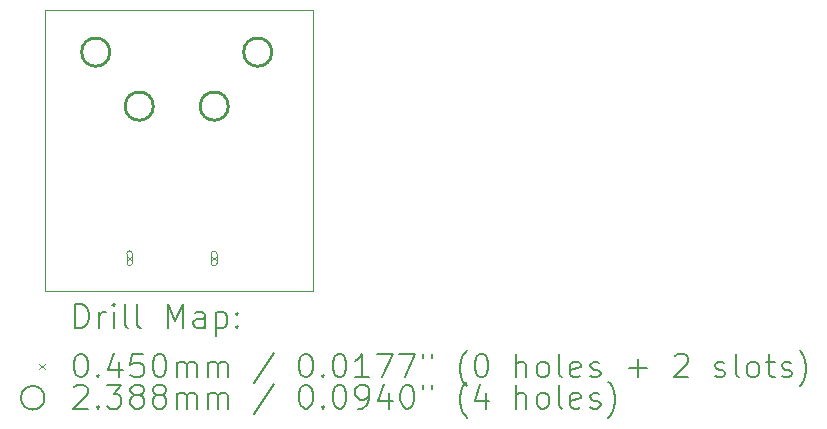
<source format=gbr>
%TF.GenerationSoftware,KiCad,Pcbnew,7.0.11-7.0.11~ubuntu22.04.1*%
%TF.CreationDate,2024-11-23T21:12:22-05:00*%
%TF.ProjectId,usb_to_roller_ctrl,7573625f-746f-45f7-926f-6c6c65725f63,rev?*%
%TF.SameCoordinates,Original*%
%TF.FileFunction,Drillmap*%
%TF.FilePolarity,Positive*%
%FSLAX45Y45*%
G04 Gerber Fmt 4.5, Leading zero omitted, Abs format (unit mm)*
G04 Created by KiCad (PCBNEW 7.0.11-7.0.11~ubuntu22.04.1) date 2024-11-23 21:12:22*
%MOMM*%
%LPD*%
G01*
G04 APERTURE LIST*
%ADD10C,0.050000*%
%ADD11C,0.200000*%
%ADD12C,0.100000*%
%ADD13C,0.238760*%
G04 APERTURE END LIST*
D10*
X14483080Y-8636000D02*
X16751300Y-8636000D01*
X16751300Y-11013440D01*
X14483080Y-11013440D01*
X14483080Y-8636000D01*
D11*
D12*
X15178140Y-10716620D02*
X15223140Y-10761620D01*
X15223140Y-10716620D02*
X15178140Y-10761620D01*
X15223140Y-10779120D02*
X15223140Y-10699120D01*
X15223140Y-10699120D02*
G75*
G03*
X15178140Y-10699120I-22500J0D01*
G01*
X15178140Y-10699120D02*
X15178140Y-10779120D01*
X15178140Y-10779120D02*
G75*
G03*
X15223140Y-10779120I22500J0D01*
G01*
X15893140Y-10716620D02*
X15938140Y-10761620D01*
X15938140Y-10716620D02*
X15893140Y-10761620D01*
X15893140Y-10699120D02*
X15893140Y-10779120D01*
X15893140Y-10779120D02*
G75*
G03*
X15938140Y-10779120I22500J0D01*
G01*
X15938140Y-10779120D02*
X15938140Y-10699120D01*
X15938140Y-10699120D02*
G75*
G03*
X15893140Y-10699120I-22500J0D01*
G01*
D13*
X15033410Y-8993750D02*
G75*
G03*
X14794650Y-8993750I-119380J0D01*
G01*
X14794650Y-8993750D02*
G75*
G03*
X15033410Y-8993750I119380J0D01*
G01*
X15401710Y-9450950D02*
G75*
G03*
X15162950Y-9450950I-119380J0D01*
G01*
X15162950Y-9450950D02*
G75*
G03*
X15401710Y-9450950I119380J0D01*
G01*
X16036710Y-9450950D02*
G75*
G03*
X15797950Y-9450950I-119380J0D01*
G01*
X15797950Y-9450950D02*
G75*
G03*
X16036710Y-9450950I119380J0D01*
G01*
X16405010Y-8993750D02*
G75*
G03*
X16166250Y-8993750I-119380J0D01*
G01*
X16166250Y-8993750D02*
G75*
G03*
X16405010Y-8993750I119380J0D01*
G01*
D11*
X14741357Y-11327424D02*
X14741357Y-11127424D01*
X14741357Y-11127424D02*
X14788976Y-11127424D01*
X14788976Y-11127424D02*
X14817547Y-11136948D01*
X14817547Y-11136948D02*
X14836595Y-11155995D01*
X14836595Y-11155995D02*
X14846119Y-11175043D01*
X14846119Y-11175043D02*
X14855642Y-11213138D01*
X14855642Y-11213138D02*
X14855642Y-11241709D01*
X14855642Y-11241709D02*
X14846119Y-11279805D01*
X14846119Y-11279805D02*
X14836595Y-11298852D01*
X14836595Y-11298852D02*
X14817547Y-11317900D01*
X14817547Y-11317900D02*
X14788976Y-11327424D01*
X14788976Y-11327424D02*
X14741357Y-11327424D01*
X14941357Y-11327424D02*
X14941357Y-11194090D01*
X14941357Y-11232186D02*
X14950881Y-11213138D01*
X14950881Y-11213138D02*
X14960404Y-11203614D01*
X14960404Y-11203614D02*
X14979452Y-11194090D01*
X14979452Y-11194090D02*
X14998500Y-11194090D01*
X15065166Y-11327424D02*
X15065166Y-11194090D01*
X15065166Y-11127424D02*
X15055642Y-11136948D01*
X15055642Y-11136948D02*
X15065166Y-11146471D01*
X15065166Y-11146471D02*
X15074690Y-11136948D01*
X15074690Y-11136948D02*
X15065166Y-11127424D01*
X15065166Y-11127424D02*
X15065166Y-11146471D01*
X15188976Y-11327424D02*
X15169928Y-11317900D01*
X15169928Y-11317900D02*
X15160404Y-11298852D01*
X15160404Y-11298852D02*
X15160404Y-11127424D01*
X15293738Y-11327424D02*
X15274690Y-11317900D01*
X15274690Y-11317900D02*
X15265166Y-11298852D01*
X15265166Y-11298852D02*
X15265166Y-11127424D01*
X15522309Y-11327424D02*
X15522309Y-11127424D01*
X15522309Y-11127424D02*
X15588976Y-11270281D01*
X15588976Y-11270281D02*
X15655642Y-11127424D01*
X15655642Y-11127424D02*
X15655642Y-11327424D01*
X15836595Y-11327424D02*
X15836595Y-11222662D01*
X15836595Y-11222662D02*
X15827071Y-11203614D01*
X15827071Y-11203614D02*
X15808023Y-11194090D01*
X15808023Y-11194090D02*
X15769928Y-11194090D01*
X15769928Y-11194090D02*
X15750881Y-11203614D01*
X15836595Y-11317900D02*
X15817547Y-11327424D01*
X15817547Y-11327424D02*
X15769928Y-11327424D01*
X15769928Y-11327424D02*
X15750881Y-11317900D01*
X15750881Y-11317900D02*
X15741357Y-11298852D01*
X15741357Y-11298852D02*
X15741357Y-11279805D01*
X15741357Y-11279805D02*
X15750881Y-11260757D01*
X15750881Y-11260757D02*
X15769928Y-11251233D01*
X15769928Y-11251233D02*
X15817547Y-11251233D01*
X15817547Y-11251233D02*
X15836595Y-11241709D01*
X15931833Y-11194090D02*
X15931833Y-11394090D01*
X15931833Y-11203614D02*
X15950881Y-11194090D01*
X15950881Y-11194090D02*
X15988976Y-11194090D01*
X15988976Y-11194090D02*
X16008023Y-11203614D01*
X16008023Y-11203614D02*
X16017547Y-11213138D01*
X16017547Y-11213138D02*
X16027071Y-11232186D01*
X16027071Y-11232186D02*
X16027071Y-11289328D01*
X16027071Y-11289328D02*
X16017547Y-11308376D01*
X16017547Y-11308376D02*
X16008023Y-11317900D01*
X16008023Y-11317900D02*
X15988976Y-11327424D01*
X15988976Y-11327424D02*
X15950881Y-11327424D01*
X15950881Y-11327424D02*
X15931833Y-11317900D01*
X16112785Y-11308376D02*
X16122309Y-11317900D01*
X16122309Y-11317900D02*
X16112785Y-11327424D01*
X16112785Y-11327424D02*
X16103262Y-11317900D01*
X16103262Y-11317900D02*
X16112785Y-11308376D01*
X16112785Y-11308376D02*
X16112785Y-11327424D01*
X16112785Y-11203614D02*
X16122309Y-11213138D01*
X16122309Y-11213138D02*
X16112785Y-11222662D01*
X16112785Y-11222662D02*
X16103262Y-11213138D01*
X16103262Y-11213138D02*
X16112785Y-11203614D01*
X16112785Y-11203614D02*
X16112785Y-11222662D01*
D12*
X14435580Y-11633440D02*
X14480580Y-11678440D01*
X14480580Y-11633440D02*
X14435580Y-11678440D01*
D11*
X14779452Y-11547424D02*
X14798500Y-11547424D01*
X14798500Y-11547424D02*
X14817547Y-11556948D01*
X14817547Y-11556948D02*
X14827071Y-11566471D01*
X14827071Y-11566471D02*
X14836595Y-11585519D01*
X14836595Y-11585519D02*
X14846119Y-11623614D01*
X14846119Y-11623614D02*
X14846119Y-11671233D01*
X14846119Y-11671233D02*
X14836595Y-11709328D01*
X14836595Y-11709328D02*
X14827071Y-11728376D01*
X14827071Y-11728376D02*
X14817547Y-11737900D01*
X14817547Y-11737900D02*
X14798500Y-11747424D01*
X14798500Y-11747424D02*
X14779452Y-11747424D01*
X14779452Y-11747424D02*
X14760404Y-11737900D01*
X14760404Y-11737900D02*
X14750881Y-11728376D01*
X14750881Y-11728376D02*
X14741357Y-11709328D01*
X14741357Y-11709328D02*
X14731833Y-11671233D01*
X14731833Y-11671233D02*
X14731833Y-11623614D01*
X14731833Y-11623614D02*
X14741357Y-11585519D01*
X14741357Y-11585519D02*
X14750881Y-11566471D01*
X14750881Y-11566471D02*
X14760404Y-11556948D01*
X14760404Y-11556948D02*
X14779452Y-11547424D01*
X14931833Y-11728376D02*
X14941357Y-11737900D01*
X14941357Y-11737900D02*
X14931833Y-11747424D01*
X14931833Y-11747424D02*
X14922309Y-11737900D01*
X14922309Y-11737900D02*
X14931833Y-11728376D01*
X14931833Y-11728376D02*
X14931833Y-11747424D01*
X15112785Y-11614090D02*
X15112785Y-11747424D01*
X15065166Y-11537900D02*
X15017547Y-11680757D01*
X15017547Y-11680757D02*
X15141357Y-11680757D01*
X15312785Y-11547424D02*
X15217547Y-11547424D01*
X15217547Y-11547424D02*
X15208023Y-11642662D01*
X15208023Y-11642662D02*
X15217547Y-11633138D01*
X15217547Y-11633138D02*
X15236595Y-11623614D01*
X15236595Y-11623614D02*
X15284214Y-11623614D01*
X15284214Y-11623614D02*
X15303262Y-11633138D01*
X15303262Y-11633138D02*
X15312785Y-11642662D01*
X15312785Y-11642662D02*
X15322309Y-11661709D01*
X15322309Y-11661709D02*
X15322309Y-11709328D01*
X15322309Y-11709328D02*
X15312785Y-11728376D01*
X15312785Y-11728376D02*
X15303262Y-11737900D01*
X15303262Y-11737900D02*
X15284214Y-11747424D01*
X15284214Y-11747424D02*
X15236595Y-11747424D01*
X15236595Y-11747424D02*
X15217547Y-11737900D01*
X15217547Y-11737900D02*
X15208023Y-11728376D01*
X15446119Y-11547424D02*
X15465166Y-11547424D01*
X15465166Y-11547424D02*
X15484214Y-11556948D01*
X15484214Y-11556948D02*
X15493738Y-11566471D01*
X15493738Y-11566471D02*
X15503262Y-11585519D01*
X15503262Y-11585519D02*
X15512785Y-11623614D01*
X15512785Y-11623614D02*
X15512785Y-11671233D01*
X15512785Y-11671233D02*
X15503262Y-11709328D01*
X15503262Y-11709328D02*
X15493738Y-11728376D01*
X15493738Y-11728376D02*
X15484214Y-11737900D01*
X15484214Y-11737900D02*
X15465166Y-11747424D01*
X15465166Y-11747424D02*
X15446119Y-11747424D01*
X15446119Y-11747424D02*
X15427071Y-11737900D01*
X15427071Y-11737900D02*
X15417547Y-11728376D01*
X15417547Y-11728376D02*
X15408023Y-11709328D01*
X15408023Y-11709328D02*
X15398500Y-11671233D01*
X15398500Y-11671233D02*
X15398500Y-11623614D01*
X15398500Y-11623614D02*
X15408023Y-11585519D01*
X15408023Y-11585519D02*
X15417547Y-11566471D01*
X15417547Y-11566471D02*
X15427071Y-11556948D01*
X15427071Y-11556948D02*
X15446119Y-11547424D01*
X15598500Y-11747424D02*
X15598500Y-11614090D01*
X15598500Y-11633138D02*
X15608023Y-11623614D01*
X15608023Y-11623614D02*
X15627071Y-11614090D01*
X15627071Y-11614090D02*
X15655643Y-11614090D01*
X15655643Y-11614090D02*
X15674690Y-11623614D01*
X15674690Y-11623614D02*
X15684214Y-11642662D01*
X15684214Y-11642662D02*
X15684214Y-11747424D01*
X15684214Y-11642662D02*
X15693738Y-11623614D01*
X15693738Y-11623614D02*
X15712785Y-11614090D01*
X15712785Y-11614090D02*
X15741357Y-11614090D01*
X15741357Y-11614090D02*
X15760404Y-11623614D01*
X15760404Y-11623614D02*
X15769928Y-11642662D01*
X15769928Y-11642662D02*
X15769928Y-11747424D01*
X15865166Y-11747424D02*
X15865166Y-11614090D01*
X15865166Y-11633138D02*
X15874690Y-11623614D01*
X15874690Y-11623614D02*
X15893738Y-11614090D01*
X15893738Y-11614090D02*
X15922309Y-11614090D01*
X15922309Y-11614090D02*
X15941357Y-11623614D01*
X15941357Y-11623614D02*
X15950881Y-11642662D01*
X15950881Y-11642662D02*
X15950881Y-11747424D01*
X15950881Y-11642662D02*
X15960404Y-11623614D01*
X15960404Y-11623614D02*
X15979452Y-11614090D01*
X15979452Y-11614090D02*
X16008023Y-11614090D01*
X16008023Y-11614090D02*
X16027071Y-11623614D01*
X16027071Y-11623614D02*
X16036595Y-11642662D01*
X16036595Y-11642662D02*
X16036595Y-11747424D01*
X16427071Y-11537900D02*
X16255643Y-11795043D01*
X16684214Y-11547424D02*
X16703262Y-11547424D01*
X16703262Y-11547424D02*
X16722309Y-11556948D01*
X16722309Y-11556948D02*
X16731833Y-11566471D01*
X16731833Y-11566471D02*
X16741357Y-11585519D01*
X16741357Y-11585519D02*
X16750881Y-11623614D01*
X16750881Y-11623614D02*
X16750881Y-11671233D01*
X16750881Y-11671233D02*
X16741357Y-11709328D01*
X16741357Y-11709328D02*
X16731833Y-11728376D01*
X16731833Y-11728376D02*
X16722309Y-11737900D01*
X16722309Y-11737900D02*
X16703262Y-11747424D01*
X16703262Y-11747424D02*
X16684214Y-11747424D01*
X16684214Y-11747424D02*
X16665166Y-11737900D01*
X16665166Y-11737900D02*
X16655643Y-11728376D01*
X16655643Y-11728376D02*
X16646119Y-11709328D01*
X16646119Y-11709328D02*
X16636595Y-11671233D01*
X16636595Y-11671233D02*
X16636595Y-11623614D01*
X16636595Y-11623614D02*
X16646119Y-11585519D01*
X16646119Y-11585519D02*
X16655643Y-11566471D01*
X16655643Y-11566471D02*
X16665166Y-11556948D01*
X16665166Y-11556948D02*
X16684214Y-11547424D01*
X16836595Y-11728376D02*
X16846119Y-11737900D01*
X16846119Y-11737900D02*
X16836595Y-11747424D01*
X16836595Y-11747424D02*
X16827071Y-11737900D01*
X16827071Y-11737900D02*
X16836595Y-11728376D01*
X16836595Y-11728376D02*
X16836595Y-11747424D01*
X16969928Y-11547424D02*
X16988976Y-11547424D01*
X16988976Y-11547424D02*
X17008024Y-11556948D01*
X17008024Y-11556948D02*
X17017548Y-11566471D01*
X17017548Y-11566471D02*
X17027071Y-11585519D01*
X17027071Y-11585519D02*
X17036595Y-11623614D01*
X17036595Y-11623614D02*
X17036595Y-11671233D01*
X17036595Y-11671233D02*
X17027071Y-11709328D01*
X17027071Y-11709328D02*
X17017548Y-11728376D01*
X17017548Y-11728376D02*
X17008024Y-11737900D01*
X17008024Y-11737900D02*
X16988976Y-11747424D01*
X16988976Y-11747424D02*
X16969928Y-11747424D01*
X16969928Y-11747424D02*
X16950881Y-11737900D01*
X16950881Y-11737900D02*
X16941357Y-11728376D01*
X16941357Y-11728376D02*
X16931833Y-11709328D01*
X16931833Y-11709328D02*
X16922309Y-11671233D01*
X16922309Y-11671233D02*
X16922309Y-11623614D01*
X16922309Y-11623614D02*
X16931833Y-11585519D01*
X16931833Y-11585519D02*
X16941357Y-11566471D01*
X16941357Y-11566471D02*
X16950881Y-11556948D01*
X16950881Y-11556948D02*
X16969928Y-11547424D01*
X17227071Y-11747424D02*
X17112786Y-11747424D01*
X17169928Y-11747424D02*
X17169928Y-11547424D01*
X17169928Y-11547424D02*
X17150881Y-11575995D01*
X17150881Y-11575995D02*
X17131833Y-11595043D01*
X17131833Y-11595043D02*
X17112786Y-11604567D01*
X17293738Y-11547424D02*
X17427071Y-11547424D01*
X17427071Y-11547424D02*
X17341357Y-11747424D01*
X17484214Y-11547424D02*
X17617548Y-11547424D01*
X17617548Y-11547424D02*
X17531833Y-11747424D01*
X17684214Y-11547424D02*
X17684214Y-11585519D01*
X17760405Y-11547424D02*
X17760405Y-11585519D01*
X18055643Y-11823614D02*
X18046119Y-11814090D01*
X18046119Y-11814090D02*
X18027071Y-11785519D01*
X18027071Y-11785519D02*
X18017548Y-11766471D01*
X18017548Y-11766471D02*
X18008024Y-11737900D01*
X18008024Y-11737900D02*
X17998500Y-11690281D01*
X17998500Y-11690281D02*
X17998500Y-11652186D01*
X17998500Y-11652186D02*
X18008024Y-11604567D01*
X18008024Y-11604567D02*
X18017548Y-11575995D01*
X18017548Y-11575995D02*
X18027071Y-11556948D01*
X18027071Y-11556948D02*
X18046119Y-11528376D01*
X18046119Y-11528376D02*
X18055643Y-11518852D01*
X18169929Y-11547424D02*
X18188976Y-11547424D01*
X18188976Y-11547424D02*
X18208024Y-11556948D01*
X18208024Y-11556948D02*
X18217548Y-11566471D01*
X18217548Y-11566471D02*
X18227071Y-11585519D01*
X18227071Y-11585519D02*
X18236595Y-11623614D01*
X18236595Y-11623614D02*
X18236595Y-11671233D01*
X18236595Y-11671233D02*
X18227071Y-11709328D01*
X18227071Y-11709328D02*
X18217548Y-11728376D01*
X18217548Y-11728376D02*
X18208024Y-11737900D01*
X18208024Y-11737900D02*
X18188976Y-11747424D01*
X18188976Y-11747424D02*
X18169929Y-11747424D01*
X18169929Y-11747424D02*
X18150881Y-11737900D01*
X18150881Y-11737900D02*
X18141357Y-11728376D01*
X18141357Y-11728376D02*
X18131833Y-11709328D01*
X18131833Y-11709328D02*
X18122310Y-11671233D01*
X18122310Y-11671233D02*
X18122310Y-11623614D01*
X18122310Y-11623614D02*
X18131833Y-11585519D01*
X18131833Y-11585519D02*
X18141357Y-11566471D01*
X18141357Y-11566471D02*
X18150881Y-11556948D01*
X18150881Y-11556948D02*
X18169929Y-11547424D01*
X18474691Y-11747424D02*
X18474691Y-11547424D01*
X18560405Y-11747424D02*
X18560405Y-11642662D01*
X18560405Y-11642662D02*
X18550881Y-11623614D01*
X18550881Y-11623614D02*
X18531833Y-11614090D01*
X18531833Y-11614090D02*
X18503262Y-11614090D01*
X18503262Y-11614090D02*
X18484214Y-11623614D01*
X18484214Y-11623614D02*
X18474691Y-11633138D01*
X18684214Y-11747424D02*
X18665167Y-11737900D01*
X18665167Y-11737900D02*
X18655643Y-11728376D01*
X18655643Y-11728376D02*
X18646119Y-11709328D01*
X18646119Y-11709328D02*
X18646119Y-11652186D01*
X18646119Y-11652186D02*
X18655643Y-11633138D01*
X18655643Y-11633138D02*
X18665167Y-11623614D01*
X18665167Y-11623614D02*
X18684214Y-11614090D01*
X18684214Y-11614090D02*
X18712786Y-11614090D01*
X18712786Y-11614090D02*
X18731833Y-11623614D01*
X18731833Y-11623614D02*
X18741357Y-11633138D01*
X18741357Y-11633138D02*
X18750881Y-11652186D01*
X18750881Y-11652186D02*
X18750881Y-11709328D01*
X18750881Y-11709328D02*
X18741357Y-11728376D01*
X18741357Y-11728376D02*
X18731833Y-11737900D01*
X18731833Y-11737900D02*
X18712786Y-11747424D01*
X18712786Y-11747424D02*
X18684214Y-11747424D01*
X18865167Y-11747424D02*
X18846119Y-11737900D01*
X18846119Y-11737900D02*
X18836595Y-11718852D01*
X18836595Y-11718852D02*
X18836595Y-11547424D01*
X19017548Y-11737900D02*
X18998500Y-11747424D01*
X18998500Y-11747424D02*
X18960405Y-11747424D01*
X18960405Y-11747424D02*
X18941357Y-11737900D01*
X18941357Y-11737900D02*
X18931833Y-11718852D01*
X18931833Y-11718852D02*
X18931833Y-11642662D01*
X18931833Y-11642662D02*
X18941357Y-11623614D01*
X18941357Y-11623614D02*
X18960405Y-11614090D01*
X18960405Y-11614090D02*
X18998500Y-11614090D01*
X18998500Y-11614090D02*
X19017548Y-11623614D01*
X19017548Y-11623614D02*
X19027072Y-11642662D01*
X19027072Y-11642662D02*
X19027072Y-11661709D01*
X19027072Y-11661709D02*
X18931833Y-11680757D01*
X19103262Y-11737900D02*
X19122310Y-11747424D01*
X19122310Y-11747424D02*
X19160405Y-11747424D01*
X19160405Y-11747424D02*
X19179453Y-11737900D01*
X19179453Y-11737900D02*
X19188976Y-11718852D01*
X19188976Y-11718852D02*
X19188976Y-11709328D01*
X19188976Y-11709328D02*
X19179453Y-11690281D01*
X19179453Y-11690281D02*
X19160405Y-11680757D01*
X19160405Y-11680757D02*
X19131833Y-11680757D01*
X19131833Y-11680757D02*
X19112786Y-11671233D01*
X19112786Y-11671233D02*
X19103262Y-11652186D01*
X19103262Y-11652186D02*
X19103262Y-11642662D01*
X19103262Y-11642662D02*
X19112786Y-11623614D01*
X19112786Y-11623614D02*
X19131833Y-11614090D01*
X19131833Y-11614090D02*
X19160405Y-11614090D01*
X19160405Y-11614090D02*
X19179453Y-11623614D01*
X19427072Y-11671233D02*
X19579453Y-11671233D01*
X19503262Y-11747424D02*
X19503262Y-11595043D01*
X19817548Y-11566471D02*
X19827072Y-11556948D01*
X19827072Y-11556948D02*
X19846119Y-11547424D01*
X19846119Y-11547424D02*
X19893738Y-11547424D01*
X19893738Y-11547424D02*
X19912786Y-11556948D01*
X19912786Y-11556948D02*
X19922310Y-11566471D01*
X19922310Y-11566471D02*
X19931834Y-11585519D01*
X19931834Y-11585519D02*
X19931834Y-11604567D01*
X19931834Y-11604567D02*
X19922310Y-11633138D01*
X19922310Y-11633138D02*
X19808024Y-11747424D01*
X19808024Y-11747424D02*
X19931834Y-11747424D01*
X20160405Y-11737900D02*
X20179453Y-11747424D01*
X20179453Y-11747424D02*
X20217548Y-11747424D01*
X20217548Y-11747424D02*
X20236596Y-11737900D01*
X20236596Y-11737900D02*
X20246119Y-11718852D01*
X20246119Y-11718852D02*
X20246119Y-11709328D01*
X20246119Y-11709328D02*
X20236596Y-11690281D01*
X20236596Y-11690281D02*
X20217548Y-11680757D01*
X20217548Y-11680757D02*
X20188976Y-11680757D01*
X20188976Y-11680757D02*
X20169929Y-11671233D01*
X20169929Y-11671233D02*
X20160405Y-11652186D01*
X20160405Y-11652186D02*
X20160405Y-11642662D01*
X20160405Y-11642662D02*
X20169929Y-11623614D01*
X20169929Y-11623614D02*
X20188976Y-11614090D01*
X20188976Y-11614090D02*
X20217548Y-11614090D01*
X20217548Y-11614090D02*
X20236596Y-11623614D01*
X20360405Y-11747424D02*
X20341357Y-11737900D01*
X20341357Y-11737900D02*
X20331834Y-11718852D01*
X20331834Y-11718852D02*
X20331834Y-11547424D01*
X20465167Y-11747424D02*
X20446119Y-11737900D01*
X20446119Y-11737900D02*
X20436596Y-11728376D01*
X20436596Y-11728376D02*
X20427072Y-11709328D01*
X20427072Y-11709328D02*
X20427072Y-11652186D01*
X20427072Y-11652186D02*
X20436596Y-11633138D01*
X20436596Y-11633138D02*
X20446119Y-11623614D01*
X20446119Y-11623614D02*
X20465167Y-11614090D01*
X20465167Y-11614090D02*
X20493738Y-11614090D01*
X20493738Y-11614090D02*
X20512786Y-11623614D01*
X20512786Y-11623614D02*
X20522310Y-11633138D01*
X20522310Y-11633138D02*
X20531834Y-11652186D01*
X20531834Y-11652186D02*
X20531834Y-11709328D01*
X20531834Y-11709328D02*
X20522310Y-11728376D01*
X20522310Y-11728376D02*
X20512786Y-11737900D01*
X20512786Y-11737900D02*
X20493738Y-11747424D01*
X20493738Y-11747424D02*
X20465167Y-11747424D01*
X20588977Y-11614090D02*
X20665167Y-11614090D01*
X20617548Y-11547424D02*
X20617548Y-11718852D01*
X20617548Y-11718852D02*
X20627072Y-11737900D01*
X20627072Y-11737900D02*
X20646119Y-11747424D01*
X20646119Y-11747424D02*
X20665167Y-11747424D01*
X20722310Y-11737900D02*
X20741357Y-11747424D01*
X20741357Y-11747424D02*
X20779453Y-11747424D01*
X20779453Y-11747424D02*
X20798500Y-11737900D01*
X20798500Y-11737900D02*
X20808024Y-11718852D01*
X20808024Y-11718852D02*
X20808024Y-11709328D01*
X20808024Y-11709328D02*
X20798500Y-11690281D01*
X20798500Y-11690281D02*
X20779453Y-11680757D01*
X20779453Y-11680757D02*
X20750881Y-11680757D01*
X20750881Y-11680757D02*
X20731834Y-11671233D01*
X20731834Y-11671233D02*
X20722310Y-11652186D01*
X20722310Y-11652186D02*
X20722310Y-11642662D01*
X20722310Y-11642662D02*
X20731834Y-11623614D01*
X20731834Y-11623614D02*
X20750881Y-11614090D01*
X20750881Y-11614090D02*
X20779453Y-11614090D01*
X20779453Y-11614090D02*
X20798500Y-11623614D01*
X20874691Y-11823614D02*
X20884215Y-11814090D01*
X20884215Y-11814090D02*
X20903262Y-11785519D01*
X20903262Y-11785519D02*
X20912786Y-11766471D01*
X20912786Y-11766471D02*
X20922310Y-11737900D01*
X20922310Y-11737900D02*
X20931834Y-11690281D01*
X20931834Y-11690281D02*
X20931834Y-11652186D01*
X20931834Y-11652186D02*
X20922310Y-11604567D01*
X20922310Y-11604567D02*
X20912786Y-11575995D01*
X20912786Y-11575995D02*
X20903262Y-11556948D01*
X20903262Y-11556948D02*
X20884215Y-11528376D01*
X20884215Y-11528376D02*
X20874691Y-11518852D01*
X14480580Y-11919940D02*
G75*
G03*
X14280580Y-11919940I-100000J0D01*
G01*
X14280580Y-11919940D02*
G75*
G03*
X14480580Y-11919940I100000J0D01*
G01*
X14731833Y-11830471D02*
X14741357Y-11820948D01*
X14741357Y-11820948D02*
X14760404Y-11811424D01*
X14760404Y-11811424D02*
X14808023Y-11811424D01*
X14808023Y-11811424D02*
X14827071Y-11820948D01*
X14827071Y-11820948D02*
X14836595Y-11830471D01*
X14836595Y-11830471D02*
X14846119Y-11849519D01*
X14846119Y-11849519D02*
X14846119Y-11868567D01*
X14846119Y-11868567D02*
X14836595Y-11897138D01*
X14836595Y-11897138D02*
X14722309Y-12011424D01*
X14722309Y-12011424D02*
X14846119Y-12011424D01*
X14931833Y-11992376D02*
X14941357Y-12001900D01*
X14941357Y-12001900D02*
X14931833Y-12011424D01*
X14931833Y-12011424D02*
X14922309Y-12001900D01*
X14922309Y-12001900D02*
X14931833Y-11992376D01*
X14931833Y-11992376D02*
X14931833Y-12011424D01*
X15008023Y-11811424D02*
X15131833Y-11811424D01*
X15131833Y-11811424D02*
X15065166Y-11887614D01*
X15065166Y-11887614D02*
X15093738Y-11887614D01*
X15093738Y-11887614D02*
X15112785Y-11897138D01*
X15112785Y-11897138D02*
X15122309Y-11906662D01*
X15122309Y-11906662D02*
X15131833Y-11925709D01*
X15131833Y-11925709D02*
X15131833Y-11973328D01*
X15131833Y-11973328D02*
X15122309Y-11992376D01*
X15122309Y-11992376D02*
X15112785Y-12001900D01*
X15112785Y-12001900D02*
X15093738Y-12011424D01*
X15093738Y-12011424D02*
X15036595Y-12011424D01*
X15036595Y-12011424D02*
X15017547Y-12001900D01*
X15017547Y-12001900D02*
X15008023Y-11992376D01*
X15246119Y-11897138D02*
X15227071Y-11887614D01*
X15227071Y-11887614D02*
X15217547Y-11878090D01*
X15217547Y-11878090D02*
X15208023Y-11859043D01*
X15208023Y-11859043D02*
X15208023Y-11849519D01*
X15208023Y-11849519D02*
X15217547Y-11830471D01*
X15217547Y-11830471D02*
X15227071Y-11820948D01*
X15227071Y-11820948D02*
X15246119Y-11811424D01*
X15246119Y-11811424D02*
X15284214Y-11811424D01*
X15284214Y-11811424D02*
X15303262Y-11820948D01*
X15303262Y-11820948D02*
X15312785Y-11830471D01*
X15312785Y-11830471D02*
X15322309Y-11849519D01*
X15322309Y-11849519D02*
X15322309Y-11859043D01*
X15322309Y-11859043D02*
X15312785Y-11878090D01*
X15312785Y-11878090D02*
X15303262Y-11887614D01*
X15303262Y-11887614D02*
X15284214Y-11897138D01*
X15284214Y-11897138D02*
X15246119Y-11897138D01*
X15246119Y-11897138D02*
X15227071Y-11906662D01*
X15227071Y-11906662D02*
X15217547Y-11916186D01*
X15217547Y-11916186D02*
X15208023Y-11935233D01*
X15208023Y-11935233D02*
X15208023Y-11973328D01*
X15208023Y-11973328D02*
X15217547Y-11992376D01*
X15217547Y-11992376D02*
X15227071Y-12001900D01*
X15227071Y-12001900D02*
X15246119Y-12011424D01*
X15246119Y-12011424D02*
X15284214Y-12011424D01*
X15284214Y-12011424D02*
X15303262Y-12001900D01*
X15303262Y-12001900D02*
X15312785Y-11992376D01*
X15312785Y-11992376D02*
X15322309Y-11973328D01*
X15322309Y-11973328D02*
X15322309Y-11935233D01*
X15322309Y-11935233D02*
X15312785Y-11916186D01*
X15312785Y-11916186D02*
X15303262Y-11906662D01*
X15303262Y-11906662D02*
X15284214Y-11897138D01*
X15436595Y-11897138D02*
X15417547Y-11887614D01*
X15417547Y-11887614D02*
X15408023Y-11878090D01*
X15408023Y-11878090D02*
X15398500Y-11859043D01*
X15398500Y-11859043D02*
X15398500Y-11849519D01*
X15398500Y-11849519D02*
X15408023Y-11830471D01*
X15408023Y-11830471D02*
X15417547Y-11820948D01*
X15417547Y-11820948D02*
X15436595Y-11811424D01*
X15436595Y-11811424D02*
X15474690Y-11811424D01*
X15474690Y-11811424D02*
X15493738Y-11820948D01*
X15493738Y-11820948D02*
X15503262Y-11830471D01*
X15503262Y-11830471D02*
X15512785Y-11849519D01*
X15512785Y-11849519D02*
X15512785Y-11859043D01*
X15512785Y-11859043D02*
X15503262Y-11878090D01*
X15503262Y-11878090D02*
X15493738Y-11887614D01*
X15493738Y-11887614D02*
X15474690Y-11897138D01*
X15474690Y-11897138D02*
X15436595Y-11897138D01*
X15436595Y-11897138D02*
X15417547Y-11906662D01*
X15417547Y-11906662D02*
X15408023Y-11916186D01*
X15408023Y-11916186D02*
X15398500Y-11935233D01*
X15398500Y-11935233D02*
X15398500Y-11973328D01*
X15398500Y-11973328D02*
X15408023Y-11992376D01*
X15408023Y-11992376D02*
X15417547Y-12001900D01*
X15417547Y-12001900D02*
X15436595Y-12011424D01*
X15436595Y-12011424D02*
X15474690Y-12011424D01*
X15474690Y-12011424D02*
X15493738Y-12001900D01*
X15493738Y-12001900D02*
X15503262Y-11992376D01*
X15503262Y-11992376D02*
X15512785Y-11973328D01*
X15512785Y-11973328D02*
X15512785Y-11935233D01*
X15512785Y-11935233D02*
X15503262Y-11916186D01*
X15503262Y-11916186D02*
X15493738Y-11906662D01*
X15493738Y-11906662D02*
X15474690Y-11897138D01*
X15598500Y-12011424D02*
X15598500Y-11878090D01*
X15598500Y-11897138D02*
X15608023Y-11887614D01*
X15608023Y-11887614D02*
X15627071Y-11878090D01*
X15627071Y-11878090D02*
X15655643Y-11878090D01*
X15655643Y-11878090D02*
X15674690Y-11887614D01*
X15674690Y-11887614D02*
X15684214Y-11906662D01*
X15684214Y-11906662D02*
X15684214Y-12011424D01*
X15684214Y-11906662D02*
X15693738Y-11887614D01*
X15693738Y-11887614D02*
X15712785Y-11878090D01*
X15712785Y-11878090D02*
X15741357Y-11878090D01*
X15741357Y-11878090D02*
X15760404Y-11887614D01*
X15760404Y-11887614D02*
X15769928Y-11906662D01*
X15769928Y-11906662D02*
X15769928Y-12011424D01*
X15865166Y-12011424D02*
X15865166Y-11878090D01*
X15865166Y-11897138D02*
X15874690Y-11887614D01*
X15874690Y-11887614D02*
X15893738Y-11878090D01*
X15893738Y-11878090D02*
X15922309Y-11878090D01*
X15922309Y-11878090D02*
X15941357Y-11887614D01*
X15941357Y-11887614D02*
X15950881Y-11906662D01*
X15950881Y-11906662D02*
X15950881Y-12011424D01*
X15950881Y-11906662D02*
X15960404Y-11887614D01*
X15960404Y-11887614D02*
X15979452Y-11878090D01*
X15979452Y-11878090D02*
X16008023Y-11878090D01*
X16008023Y-11878090D02*
X16027071Y-11887614D01*
X16027071Y-11887614D02*
X16036595Y-11906662D01*
X16036595Y-11906662D02*
X16036595Y-12011424D01*
X16427071Y-11801900D02*
X16255643Y-12059043D01*
X16684214Y-11811424D02*
X16703262Y-11811424D01*
X16703262Y-11811424D02*
X16722309Y-11820948D01*
X16722309Y-11820948D02*
X16731833Y-11830471D01*
X16731833Y-11830471D02*
X16741357Y-11849519D01*
X16741357Y-11849519D02*
X16750881Y-11887614D01*
X16750881Y-11887614D02*
X16750881Y-11935233D01*
X16750881Y-11935233D02*
X16741357Y-11973328D01*
X16741357Y-11973328D02*
X16731833Y-11992376D01*
X16731833Y-11992376D02*
X16722309Y-12001900D01*
X16722309Y-12001900D02*
X16703262Y-12011424D01*
X16703262Y-12011424D02*
X16684214Y-12011424D01*
X16684214Y-12011424D02*
X16665166Y-12001900D01*
X16665166Y-12001900D02*
X16655643Y-11992376D01*
X16655643Y-11992376D02*
X16646119Y-11973328D01*
X16646119Y-11973328D02*
X16636595Y-11935233D01*
X16636595Y-11935233D02*
X16636595Y-11887614D01*
X16636595Y-11887614D02*
X16646119Y-11849519D01*
X16646119Y-11849519D02*
X16655643Y-11830471D01*
X16655643Y-11830471D02*
X16665166Y-11820948D01*
X16665166Y-11820948D02*
X16684214Y-11811424D01*
X16836595Y-11992376D02*
X16846119Y-12001900D01*
X16846119Y-12001900D02*
X16836595Y-12011424D01*
X16836595Y-12011424D02*
X16827071Y-12001900D01*
X16827071Y-12001900D02*
X16836595Y-11992376D01*
X16836595Y-11992376D02*
X16836595Y-12011424D01*
X16969928Y-11811424D02*
X16988976Y-11811424D01*
X16988976Y-11811424D02*
X17008024Y-11820948D01*
X17008024Y-11820948D02*
X17017548Y-11830471D01*
X17017548Y-11830471D02*
X17027071Y-11849519D01*
X17027071Y-11849519D02*
X17036595Y-11887614D01*
X17036595Y-11887614D02*
X17036595Y-11935233D01*
X17036595Y-11935233D02*
X17027071Y-11973328D01*
X17027071Y-11973328D02*
X17017548Y-11992376D01*
X17017548Y-11992376D02*
X17008024Y-12001900D01*
X17008024Y-12001900D02*
X16988976Y-12011424D01*
X16988976Y-12011424D02*
X16969928Y-12011424D01*
X16969928Y-12011424D02*
X16950881Y-12001900D01*
X16950881Y-12001900D02*
X16941357Y-11992376D01*
X16941357Y-11992376D02*
X16931833Y-11973328D01*
X16931833Y-11973328D02*
X16922309Y-11935233D01*
X16922309Y-11935233D02*
X16922309Y-11887614D01*
X16922309Y-11887614D02*
X16931833Y-11849519D01*
X16931833Y-11849519D02*
X16941357Y-11830471D01*
X16941357Y-11830471D02*
X16950881Y-11820948D01*
X16950881Y-11820948D02*
X16969928Y-11811424D01*
X17131833Y-12011424D02*
X17169928Y-12011424D01*
X17169928Y-12011424D02*
X17188976Y-12001900D01*
X17188976Y-12001900D02*
X17198500Y-11992376D01*
X17198500Y-11992376D02*
X17217548Y-11963805D01*
X17217548Y-11963805D02*
X17227071Y-11925709D01*
X17227071Y-11925709D02*
X17227071Y-11849519D01*
X17227071Y-11849519D02*
X17217548Y-11830471D01*
X17217548Y-11830471D02*
X17208024Y-11820948D01*
X17208024Y-11820948D02*
X17188976Y-11811424D01*
X17188976Y-11811424D02*
X17150881Y-11811424D01*
X17150881Y-11811424D02*
X17131833Y-11820948D01*
X17131833Y-11820948D02*
X17122309Y-11830471D01*
X17122309Y-11830471D02*
X17112786Y-11849519D01*
X17112786Y-11849519D02*
X17112786Y-11897138D01*
X17112786Y-11897138D02*
X17122309Y-11916186D01*
X17122309Y-11916186D02*
X17131833Y-11925709D01*
X17131833Y-11925709D02*
X17150881Y-11935233D01*
X17150881Y-11935233D02*
X17188976Y-11935233D01*
X17188976Y-11935233D02*
X17208024Y-11925709D01*
X17208024Y-11925709D02*
X17217548Y-11916186D01*
X17217548Y-11916186D02*
X17227071Y-11897138D01*
X17398500Y-11878090D02*
X17398500Y-12011424D01*
X17350881Y-11801900D02*
X17303262Y-11944757D01*
X17303262Y-11944757D02*
X17427071Y-11944757D01*
X17541357Y-11811424D02*
X17560405Y-11811424D01*
X17560405Y-11811424D02*
X17579452Y-11820948D01*
X17579452Y-11820948D02*
X17588976Y-11830471D01*
X17588976Y-11830471D02*
X17598500Y-11849519D01*
X17598500Y-11849519D02*
X17608024Y-11887614D01*
X17608024Y-11887614D02*
X17608024Y-11935233D01*
X17608024Y-11935233D02*
X17598500Y-11973328D01*
X17598500Y-11973328D02*
X17588976Y-11992376D01*
X17588976Y-11992376D02*
X17579452Y-12001900D01*
X17579452Y-12001900D02*
X17560405Y-12011424D01*
X17560405Y-12011424D02*
X17541357Y-12011424D01*
X17541357Y-12011424D02*
X17522309Y-12001900D01*
X17522309Y-12001900D02*
X17512786Y-11992376D01*
X17512786Y-11992376D02*
X17503262Y-11973328D01*
X17503262Y-11973328D02*
X17493738Y-11935233D01*
X17493738Y-11935233D02*
X17493738Y-11887614D01*
X17493738Y-11887614D02*
X17503262Y-11849519D01*
X17503262Y-11849519D02*
X17512786Y-11830471D01*
X17512786Y-11830471D02*
X17522309Y-11820948D01*
X17522309Y-11820948D02*
X17541357Y-11811424D01*
X17684214Y-11811424D02*
X17684214Y-11849519D01*
X17760405Y-11811424D02*
X17760405Y-11849519D01*
X18055643Y-12087614D02*
X18046119Y-12078090D01*
X18046119Y-12078090D02*
X18027071Y-12049519D01*
X18027071Y-12049519D02*
X18017548Y-12030471D01*
X18017548Y-12030471D02*
X18008024Y-12001900D01*
X18008024Y-12001900D02*
X17998500Y-11954281D01*
X17998500Y-11954281D02*
X17998500Y-11916186D01*
X17998500Y-11916186D02*
X18008024Y-11868567D01*
X18008024Y-11868567D02*
X18017548Y-11839995D01*
X18017548Y-11839995D02*
X18027071Y-11820948D01*
X18027071Y-11820948D02*
X18046119Y-11792376D01*
X18046119Y-11792376D02*
X18055643Y-11782852D01*
X18217548Y-11878090D02*
X18217548Y-12011424D01*
X18169929Y-11801900D02*
X18122310Y-11944757D01*
X18122310Y-11944757D02*
X18246119Y-11944757D01*
X18474691Y-12011424D02*
X18474691Y-11811424D01*
X18560405Y-12011424D02*
X18560405Y-11906662D01*
X18560405Y-11906662D02*
X18550881Y-11887614D01*
X18550881Y-11887614D02*
X18531833Y-11878090D01*
X18531833Y-11878090D02*
X18503262Y-11878090D01*
X18503262Y-11878090D02*
X18484214Y-11887614D01*
X18484214Y-11887614D02*
X18474691Y-11897138D01*
X18684214Y-12011424D02*
X18665167Y-12001900D01*
X18665167Y-12001900D02*
X18655643Y-11992376D01*
X18655643Y-11992376D02*
X18646119Y-11973328D01*
X18646119Y-11973328D02*
X18646119Y-11916186D01*
X18646119Y-11916186D02*
X18655643Y-11897138D01*
X18655643Y-11897138D02*
X18665167Y-11887614D01*
X18665167Y-11887614D02*
X18684214Y-11878090D01*
X18684214Y-11878090D02*
X18712786Y-11878090D01*
X18712786Y-11878090D02*
X18731833Y-11887614D01*
X18731833Y-11887614D02*
X18741357Y-11897138D01*
X18741357Y-11897138D02*
X18750881Y-11916186D01*
X18750881Y-11916186D02*
X18750881Y-11973328D01*
X18750881Y-11973328D02*
X18741357Y-11992376D01*
X18741357Y-11992376D02*
X18731833Y-12001900D01*
X18731833Y-12001900D02*
X18712786Y-12011424D01*
X18712786Y-12011424D02*
X18684214Y-12011424D01*
X18865167Y-12011424D02*
X18846119Y-12001900D01*
X18846119Y-12001900D02*
X18836595Y-11982852D01*
X18836595Y-11982852D02*
X18836595Y-11811424D01*
X19017548Y-12001900D02*
X18998500Y-12011424D01*
X18998500Y-12011424D02*
X18960405Y-12011424D01*
X18960405Y-12011424D02*
X18941357Y-12001900D01*
X18941357Y-12001900D02*
X18931833Y-11982852D01*
X18931833Y-11982852D02*
X18931833Y-11906662D01*
X18931833Y-11906662D02*
X18941357Y-11887614D01*
X18941357Y-11887614D02*
X18960405Y-11878090D01*
X18960405Y-11878090D02*
X18998500Y-11878090D01*
X18998500Y-11878090D02*
X19017548Y-11887614D01*
X19017548Y-11887614D02*
X19027072Y-11906662D01*
X19027072Y-11906662D02*
X19027072Y-11925709D01*
X19027072Y-11925709D02*
X18931833Y-11944757D01*
X19103262Y-12001900D02*
X19122310Y-12011424D01*
X19122310Y-12011424D02*
X19160405Y-12011424D01*
X19160405Y-12011424D02*
X19179453Y-12001900D01*
X19179453Y-12001900D02*
X19188976Y-11982852D01*
X19188976Y-11982852D02*
X19188976Y-11973328D01*
X19188976Y-11973328D02*
X19179453Y-11954281D01*
X19179453Y-11954281D02*
X19160405Y-11944757D01*
X19160405Y-11944757D02*
X19131833Y-11944757D01*
X19131833Y-11944757D02*
X19112786Y-11935233D01*
X19112786Y-11935233D02*
X19103262Y-11916186D01*
X19103262Y-11916186D02*
X19103262Y-11906662D01*
X19103262Y-11906662D02*
X19112786Y-11887614D01*
X19112786Y-11887614D02*
X19131833Y-11878090D01*
X19131833Y-11878090D02*
X19160405Y-11878090D01*
X19160405Y-11878090D02*
X19179453Y-11887614D01*
X19255643Y-12087614D02*
X19265167Y-12078090D01*
X19265167Y-12078090D02*
X19284214Y-12049519D01*
X19284214Y-12049519D02*
X19293738Y-12030471D01*
X19293738Y-12030471D02*
X19303262Y-12001900D01*
X19303262Y-12001900D02*
X19312786Y-11954281D01*
X19312786Y-11954281D02*
X19312786Y-11916186D01*
X19312786Y-11916186D02*
X19303262Y-11868567D01*
X19303262Y-11868567D02*
X19293738Y-11839995D01*
X19293738Y-11839995D02*
X19284214Y-11820948D01*
X19284214Y-11820948D02*
X19265167Y-11792376D01*
X19265167Y-11792376D02*
X19255643Y-11782852D01*
M02*

</source>
